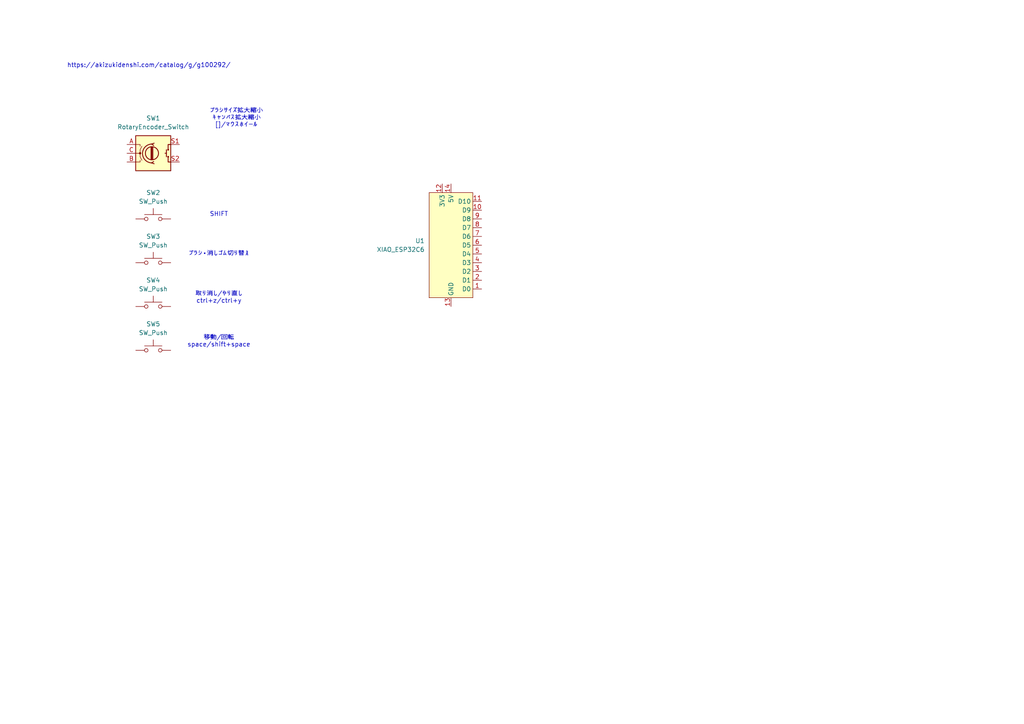
<source format=kicad_sch>
(kicad_sch (version 20250114) (generator "eeschema") (generator_version "9.0")
  (paper "A4")
  (lib_symbols
    (symbol "Device:RotaryEncoder_Switch" (pin_names (offset 0.254) (hide yes))
      (property "Reference" "SW" (at 0 6.604 0))
      (property "Value" "RotaryEncoder_Switch" (at 0 -6.604 0))
      (symbol "RotaryEncoder_Switch_0_1"
        (rectangle (start -5.08 5.08) (end 5.08 -5.08) (stroke (width 0.254)) (fill (type background)))
        (polyline (pts (xy -5.08 2.54) (xy -3.81 2.54) (xy -3.81 2.032)))
        (polyline (pts (xy -5.08 0) (xy -3.81 0) (xy -3.81 -1.016) (xy -3.302 -2.032)))
        (polyline (pts (xy -5.08 -2.54) (xy -3.81 -2.54) (xy -3.81 -2.032)))
        (polyline (pts (xy -4.318 0) (xy -3.81 0) (xy -3.81 1.016) (xy -3.302 2.032)))
        (circle (center -3.81 0) (radius 0.254) (fill (type outline)))
        (polyline (pts (xy -0.635 -1.778) (xy -0.635 1.778)) (stroke (width 0.254)))
        (circle (center -0.381 0) (radius 1.905) (stroke (width 0.254)))
        (polyline (pts (xy -0.381 -1.778) (xy -0.381 1.778)) (stroke (width 0.254)))
        (arc (start -0.381 -2.794) (mid -3.0988 -0.0635) (end -0.381 2.667) (stroke (width 0.254)))
        (polyline (pts (xy -0.127 1.778) (xy -0.127 -1.778)) (stroke (width 0.254)))
        (polyline (pts (xy 0.254 2.921) (xy -0.508 2.667) (xy 0.127 2.286)) (stroke (width 0.254)))
        (polyline (pts (xy 0.254 -3.048) (xy -0.508 -2.794) (xy 0.127 -2.413)) (stroke (width 0.254)))
        (polyline (pts (xy 3.81 1.016) (xy 3.81 -1.016)) (stroke (width 0.254)))
        (polyline (pts (xy 3.81 0) (xy 3.429 0)) (stroke (width 0.254)))
        (circle (center 4.318 1.016) (radius 0.127) (stroke (width 0.254)))
        (circle (center 4.318 -1.016) (radius 0.127) (stroke (width 0.254)))
        (polyline (pts (xy 5.08 2.54) (xy 4.318 2.54) (xy 4.318 1.016)) (stroke (width 0.254)))
        (polyline (pts (xy 5.08 -2.54) (xy 4.318 -2.54) (xy 4.318 -1.016)) (stroke (width 0.254)))
      )
      (symbol "RotaryEncoder_Switch_1_1"
        (pin passive line (at -7.62 2.54 0) (length 2.54) (name "A") (number "A"))
        (pin passive line (at -7.62 0 0) (length 2.54) (name "C") (number "C"))
        (pin passive line (at -7.62 -2.54 0) (length 2.54) (name "B") (number "B"))
        (pin passive line (at 7.62 2.54 180) (length 2.54) (name "S1") (number "S1"))
        (pin passive line (at 7.62 -2.54 180) (length 2.54) (name "S2") (number "S2"))
      )
    )
    (symbol "MucchoSP_Library:Seeed Studio XIAO ESP32C6"
      (property "Reference" "U" (at 0 0 0))
      (property "Value" "XIAO_ESP32C6" (at 0 0 0))
      (symbol "Seeed Studio XIAO ESP32C6_0_0"
        (pin unspecified line (at -2.54 35.56 270) (length 2.54) (name "3V3") (number "12"))
        (pin unspecified line (at 0 35.56 270) (length 2.54) (name "5V") (number "14"))
        (pin unspecified line (at 0 0 90) (length 2.54) (name "GND") (number "13"))
        (pin unspecified line (at 8.89 30.48 180) (length 2.54) (name "D10") (number "11"))
        (pin unspecified line (at 8.89 27.94 180) (length 2.54) (name "D9") (number "10"))
        (pin unspecified line (at 8.89 25.4 180) (length 2.54) (name "D8") (number "9"))
        (pin unspecified line (at 8.89 22.86 180) (length 2.54) (name "D7") (number "8"))
        (pin unspecified line (at 8.89 20.32 180) (length 2.54) (name "D6") (number "7"))
        (pin unspecified line (at 8.89 17.78 180) (length 2.54) (name "D5") (number "6"))
        (pin unspecified line (at 8.89 15.24 180) (length 2.54) (name "D4") (number "5"))
        (pin unspecified line (at 8.89 12.7 180) (length 2.54) (name "D3") (number "4"))
        (pin unspecified line (at 8.89 10.16 180) (length 2.54) (name "D2") (number "3"))
        (pin unspecified line (at 8.89 7.62 180) (length 2.54) (name "D1") (number "2"))
        (pin unspecified line (at 8.89 5.08 180) (length 2.54) (name "D0") (number "1"))
      )
      (symbol "Seeed Studio XIAO ESP32C6_1_1"
        (rectangle (start -6.35 33.02) (end 6.35 2.54) (fill (type background)))
      )
    )
    (symbol "Switch:SW_Push" (pin_numbers (hide yes)) (pin_names (offset 1.016) (hide yes))
      (property "Reference" "SW" (at 1.27 2.54 0))
      (property "Value" "SW_Push" (at 0 -1.524 0))
      (symbol "SW_Push_0_1"
        (circle (center -2.032 0) (radius 0.508))
        (polyline (pts (xy 0 1.27) (xy 0 3.048)))
        (circle (center 2.032 0) (radius 0.508))
        (polyline (pts (xy 2.54 1.27) (xy -2.54 1.27)))
        (pin passive line (at -5.08 0 0) (length 2.54) (name "1") (number "1"))
        (pin passive line (at 5.08 0 180) (length 2.54) (name "2") (number "2"))
      )
    )
  )
  (text "SHIFT" (at 63.5 62.23 0) (effects (font (size 1.27 1.27))))
  (text "移動/回転\nspace/shift+space" (at 63.5 99.06 0) (effects (font (size 1.27 1.27))))
  (text "取り消し/やり直し\nctrl+z/ctrl+y" (at 63.5 86.36 0) (effects (font (size 1.27 1.27))))
  (text "ブラシサイズ拡大縮小\nキャンバス拡大縮小\n[]/マウスホイール" (at 68.58 34.29 0) (effects (font (size 1.27 1.27))))
  (text "ブラシ・消しゴム切り替え" (at 63.5 73.66 0) (effects (font (size 1.27 1.27))))
  (text "https://akizukidenshi.com/catalog/g/g100292/" (at 43.18 19.05 0) (effects (font (size 1.27 1.27))))
  (symbol (lib_id "Switch:SW_Push") (at 44.45 88.9 0) (unit 1)
    (property "Reference" "SW4" (at 44.45 81.28 0))
    (property "Value" "SW_Push" (at 44.45 83.82 0))
    (property "Footprint" "PCM_Switch_Keyboard_Cherry_MX:SW_Cherry_MX_PCB_1.00u" (effects (hide yes)))
    (property "Description" "Push button switch, generic, two pins" (effects (hide yes)))
  )
  (symbol (lib_id "Device:RotaryEncoder_Switch") (at 44.45 44.45 0) (unit 1)
    (property "Reference" "SW1" (at 44.45 34.29 0))
    (property "Value" "RotaryEncoder_Switch" (at 44.45 36.83 0))
    (property "Description" "Rotary encoder, dual channel, incremental quadrate outputs, with switch" (effects (hide yes)))
  )
  (symbol (lib_id "Switch:SW_Push") (at 44.45 63.5 0) (unit 1)
    (property "Reference" "SW2" (at 44.45 55.88 0))
    (property "Value" "SW_Push" (at 44.45 58.42 0))
    (property "Footprint" "PCM_Switch_Keyboard_Cherry_MX:SW_Cherry_MX_PCB_1.00u" (effects (hide yes)))
    (property "Description" "Push button switch, generic, two pins" (effects (hide yes)))
  )
  (symbol (lib_id "Switch:SW_Push") (at 44.45 76.2 0) (unit 1)
    (property "Reference" "SW3" (at 44.45 68.58 0))
    (property "Value" "SW_Push" (at 44.45 71.12 0))
    (property "Footprint" "PCM_Switch_Keyboard_Cherry_MX:SW_Cherry_MX_PCB_1.00u" (effects (hide yes)))
    (property "Description" "Push button switch, generic, two pins" (effects (hide yes)))
  )
  (symbol (lib_id "MucchoSP_Library:Seeed Studio XIAO ESP32C6") (at 130.81 88.9 0) (unit 1)
    (property "Reference" "U1" (at 123.19 69.8499 0) (effects (justify right)))
    (property "Value" "XIAO_ESP32C6" (at 123.19 72.3899 0) (effects (justify right)))
    (property "Datasheet" "https://wiki.seeedstudio.com/ja/xiao_esp32c6_getting_started/" (effects (hide yes)))
    (property "Description" "Seeed Studio XIAO ESP32C6は、2.4GHzのWi-Fi 6(802.11ax)、BLE(Bluetooth 5/Bluetooth Mesh)、IEEE 802.15.4(Zigbee、Thread)が利用可能なESP32-C6を搭載した小型IoT開発ボードです。ESP32-C6は、最大160MHz動作の高性能プロセッサーと、最大20MHz動作の低消費電力プロセッサーの二つの32-bit RISC-Vプロセッサーを備えており、512KBのSRAMと4MBのフラッシュROMが搭載されています。Seeed Studio XIAOシリーズで初めてThreadに対応し、Matterを使用したスマートホームプロジェクトに最適です。" (effects (hide yes)))
  )
  (symbol (lib_id "Switch:SW_Push") (at 44.45 101.6 0) (unit 1)
    (property "Reference" "SW5" (at 44.45 93.98 0))
    (property "Value" "SW_Push" (at 44.45 96.52 0))
    (property "Footprint" "PCM_Switch_Keyboard_Cherry_MX:SW_Cherry_MX_PCB_1.00u" (effects (hide yes)))
    (property "Description" "Push button switch, generic, two pins" (effects (hide yes)))
  )
)
</source>
